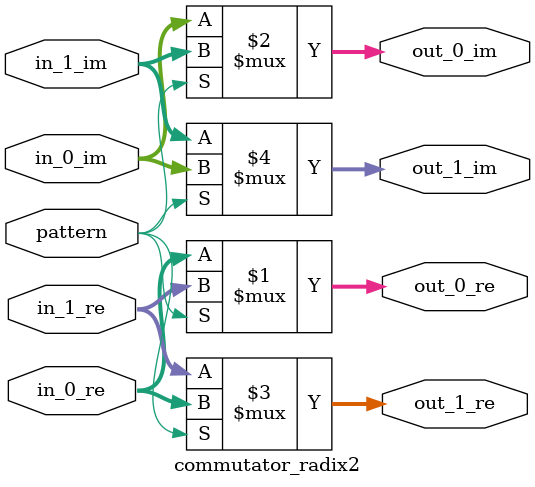
<source format=v>

module commutator_radix2
    (
        input [15:0] in_0_re,
        input [15:0] in_0_im,
        input [15:0] in_1_re,
        input [15:0] in_1_im,
        input pattern,
        output [15:0] out_0_re,
        output [15:0] out_0_im,
        output [15:0] out_1_re,
        output [15:0] out_1_im
    );

// wire definition
// fill in your code here


// commutator: depends on pattern, re-order the 1st and the 2nd input or not
// fill in your code here
assign out_0_re = pattern ? in_1_re : in_0_re;
assign out_0_im = pattern ? in_1_im : in_0_im;
assign out_1_re = pattern ? in_0_re : in_1_re;
assign out_1_im = pattern ? in_0_im : in_1_im;

endmodule

</source>
